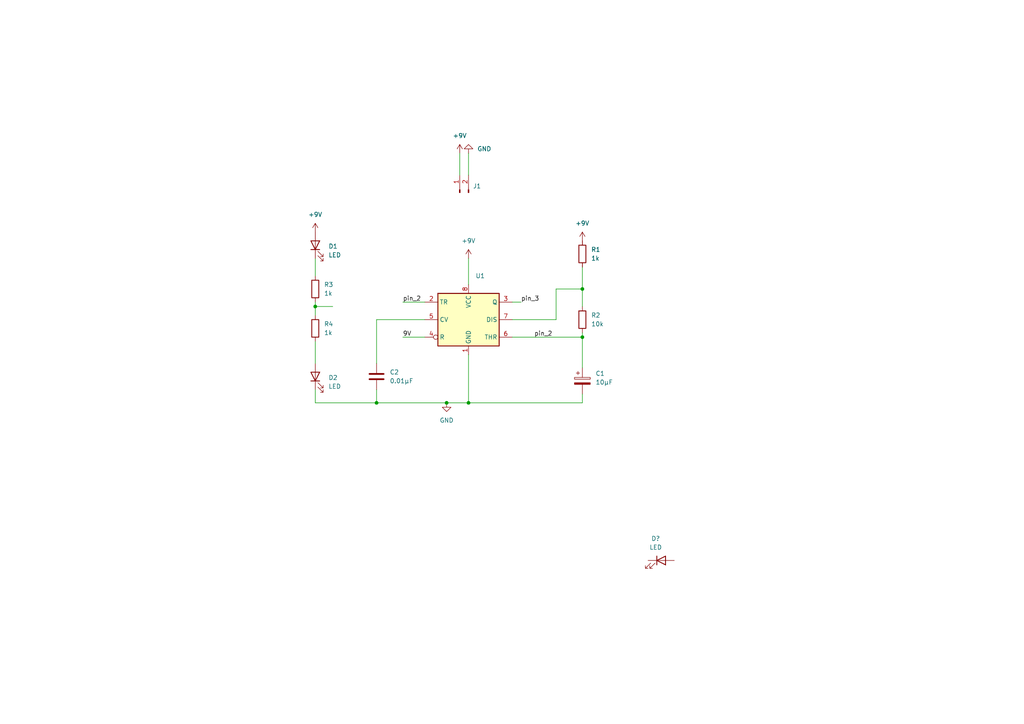
<source format=kicad_sch>
(kicad_sch (version 20211123) (generator eeschema)
  (paper "A4")
  (lib_symbols
    (symbol "Connector:Conn_01x02_Male" (pin_names (offset 1.016) hide)
      (property "Reference" "J" (at 0 2.54 0))
      (property "Value" "Conn_01x02_Male" (at 0 -5.08 0))
      (symbol "Conn_01x02_Male_1_1"
        (polyline (pts (xy 1.27 -2.54) (xy 0.8636 -2.54)) (stroke (width 0.1524)))
        (polyline (pts (xy 1.27 0) (xy 0.8636 0)) (stroke (width 0.1524)))
        (rectangle (start 0.8636 -2.413) (end 0 -2.667) (stroke (width 0.1524)) (fill (type outline)))
        (rectangle (start 0.8636 0.127) (end 0 -0.127) (stroke (width 0.1524)) (fill (type outline)))
        (pin passive line (at 5.08 0 180) (length 3.81) (name "Pin_1") (number "1"))
        (pin passive line (at 5.08 -2.54 180) (length 3.81) (name "Pin_2") (number "2"))
      )
    )
    (symbol "Device:C" (pin_numbers hide) (pin_names (offset 0.254))
      (property "Reference" "C" (at 0.635 2.54 0))
      (property "Value" "C" (at 0.635 -2.54 0))
      (symbol "C_0_1"
        (polyline (pts (xy -2.032 -0.762) (xy 2.032 -0.762)) (stroke (width 0.508)))
        (polyline (pts (xy -2.032 0.762) (xy 2.032 0.762)) (stroke (width 0.508)))
      )
      (symbol "C_1_1"
        (pin passive line (at 0 3.81 270) (length 2.794) (name "~") (number "1"))
        (pin passive line (at 0 -3.81 90) (length 2.794) (name "~") (number "2"))
      )
    )
    (symbol "Device:C_Polarized" (pin_numbers hide) (pin_names (offset 0.254))
      (property "Reference" "C" (at 0.635 2.54 0))
      (property "Value" "C_Polarized" (at 0.635 -2.54 0))
      (symbol "C_Polarized_0_1"
        (rectangle (start -2.286 0.508) (end 2.286 1.016))
        (polyline (pts (xy -1.778 2.286) (xy -0.762 2.286)))
        (polyline (pts (xy -1.27 2.794) (xy -1.27 1.778)))
        (rectangle (start 2.286 -0.508) (end -2.286 -1.016) (fill (type outline)))
      )
      (symbol "C_Polarized_1_1"
        (pin passive line (at 0 3.81 270) (length 2.794) (name "~") (number "1"))
        (pin passive line (at 0 -3.81 90) (length 2.794) (name "~") (number "2"))
      )
    )
    (symbol "Device:LED" (pin_numbers hide) (pin_names (offset 1.016) hide)
      (property "Reference" "D" (at 0 2.54 0))
      (property "Value" "LED" (at 0 -2.54 0))
      (symbol "LED_0_1"
        (polyline (pts (xy -1.27 -1.27) (xy -1.27 1.27)) (stroke (width 0.254)))
        (polyline (pts (xy -1.27 0) (xy 1.27 0)))
        (polyline (pts (xy 1.27 -1.27) (xy 1.27 1.27) (xy -1.27 0) (xy 1.27 -1.27)) (stroke (width 0.254)))
        (polyline (pts (xy -3.048 -0.762) (xy -4.572 -2.286) (xy -3.81 -2.286) (xy -4.572 -2.286) (xy -4.572 -1.524)))
        (polyline (pts (xy -1.778 -0.762) (xy -3.302 -2.286) (xy -2.54 -2.286) (xy -3.302 -2.286) (xy -3.302 -1.524)))
      )
      (symbol "LED_1_1"
        (pin passive line (at -3.81 0 0) (length 2.54) (name "K") (number "1"))
        (pin passive line (at 3.81 0 180) (length 2.54) (name "A") (number "2"))
      )
    )
    (symbol "Device:R" (pin_numbers hide) (pin_names (offset 0))
      (property "Reference" "R" (at 2.032 0 90))
      (property "Value" "R" (at 0 0 90))
      (symbol "R_0_1"
        (rectangle (start -1.016 -2.54) (end 1.016 2.54) (stroke (width 0.254)))
      )
      (symbol "R_1_1"
        (pin passive line (at 0 3.81 270) (length 1.27) (name "~") (number "1"))
        (pin passive line (at 0 -3.81 90) (length 1.27) (name "~") (number "2"))
      )
    )
    (symbol "Timer:NE555D"
      (property "Reference" "U" (at -10.16 8.89 0))
      (property "Value" "NE555D" (at 2.54 8.89 0))
      (symbol "NE555D_0_0"
        (pin power_in line (at 0 -10.16 90) (length 2.54) (name "GND") (number "1"))
        (pin power_in line (at 0 10.16 270) (length 2.54) (name "VCC") (number "8"))
      )
      (symbol "NE555D_0_1"
        (rectangle (start -8.89 -7.62) (end 8.89 7.62) (stroke (width 0.254)) (fill (type background)))
        (rectangle (start -8.89 -7.62) (end 8.89 7.62) (stroke (width 0.254)) (fill (type background)))
      )
      (symbol "NE555D_1_1"
        (pin input line (at -12.7 5.08 0) (length 3.81) (name "TR") (number "2"))
        (pin output line (at 12.7 5.08 180) (length 3.81) (name "Q") (number "3"))
        (pin input inverted (at -12.7 -5.08 0) (length 3.81) (name "R") (number "4"))
        (pin input line (at -12.7 0 0) (length 3.81) (name "CV") (number "5"))
        (pin input line (at 12.7 -5.08 180) (length 3.81) (name "THR") (number "6"))
        (pin input line (at 12.7 0 180) (length 3.81) (name "DIS") (number "7"))
      )
    )
    (symbol "power:+9V" (power) (pin_names (offset 0))
      (property "Value" "+9V" (at 0 3.556 0))
      (symbol "+9V_0_1"
        (polyline (pts (xy -0.762 1.27) (xy 0 2.54)))
        (polyline (pts (xy 0 0) (xy 0 2.54)))
        (polyline (pts (xy 0 2.54) (xy 0.762 1.27)))
      )
      (symbol "+9V_1_1"
        (pin power_in line (at 0 0 90) (length 0) hide (name "+9V") (number "1"))
      )
    )
    (symbol "power:GND" (power) (pin_names (offset 0))
      (property "Value" "GND" (at 0 -3.81 0))
      (symbol "GND_0_1"
        (polyline (pts (xy 0 0) (xy 0 -1.27) (xy 1.27 -1.27) (xy 0 -2.54) (xy -1.27 -1.27) (xy 0 -1.27)))
      )
      (symbol "GND_1_1"
        (pin power_in line (at 0 0 270) (length 0) hide (name "GND") (number "1"))
      )
    )
  )
  (junction (at 168.91 83.82))
  (junction (at 135.89 116.84))
  (junction (at 91.44 88.9))
  (junction (at 168.91 97.79))
  (junction (at 109.22 116.84))
  (junction (at 129.54 116.84))
  (wire (pts (xy 148.59 97.79) (xy 168.91 97.79)))
  (wire (pts (xy 135.89 44.45) (xy 135.89 50.8)))
  (wire (pts (xy 116.84 97.79) (xy 123.19 97.79)))
  (wire (pts (xy 129.54 116.84) (xy 135.89 116.84)))
  (wire (pts (xy 91.44 87.63) (xy 91.44 88.9)))
  (wire (pts (xy 148.59 92.71) (xy 161.29 92.71)))
  (wire (pts (xy 161.29 92.71) (xy 161.29 83.82)))
  (wire (pts (xy 168.91 96.52) (xy 168.91 97.79)))
  (wire (pts (xy 91.44 88.9) (xy 96.52 88.9)))
  (wire (pts (xy 91.44 99.06) (xy 91.44 105.41)))
  (wire (pts (xy 116.84 87.63) (xy 123.19 87.63)))
  (wire (pts (xy 168.91 116.84) (xy 168.91 114.3)))
  (wire (pts (xy 161.29 83.82) (xy 168.91 83.82)))
  (wire (pts (xy 148.59 87.63) (xy 151.13 87.63)))
  (wire (pts (xy 91.44 88.9) (xy 91.44 91.44)))
  (wire (pts (xy 123.19 92.71) (xy 109.22 92.71)))
  (wire (pts (xy 168.91 97.79) (xy 168.91 106.68)))
  (wire (pts (xy 135.89 102.87) (xy 135.89 116.84)))
  (wire (pts (xy 168.91 83.82) (xy 168.91 88.9)))
  (wire (pts (xy 135.89 74.93) (xy 135.89 82.55)))
  (wire (pts (xy 91.44 113.03) (xy 91.44 116.84)))
  (wire (pts (xy 109.22 92.71) (xy 109.22 105.41)))
  (wire (pts (xy 91.44 116.84) (xy 109.22 116.84)))
  (wire (pts (xy 168.91 77.47) (xy 168.91 83.82)))
  (wire (pts (xy 109.22 116.84) (xy 129.54 116.84)))
  (wire (pts (xy 109.22 113.03) (xy 109.22 116.84)))
  (wire (pts (xy 91.44 74.93) (xy 91.44 80.01)))
  (wire (pts (xy 133.35 44.45) (xy 133.35 50.8)))
  (wire (pts (xy 135.89 116.84) (xy 168.91 116.84)))
  (label "9V" (at 116.84 97.79 0))
  (label "pin_2" (at 154.94 97.79 0))
  (label "pin_3" (at 151.13 87.63 0))
  (label "pin_2" (at 116.84 87.63 0))
  (symbol (lib_id "Device:R") (at 91.44 95.25 0) (unit 1)
    (property "Reference" "R4" (at 93.98 93.9799 0) (effects (justify left)))
    (property "Value" "1k" (at 93.98 96.5199 0) (effects (justify left)))
  )
  (symbol (lib_id "Timer:NE555D") (at 135.89 92.71 0) (unit 1)
    (property "Reference" "U1" (at 137.9094 80.01 0) (effects (justify left)))
    (property "Value" "NE555D" (effects hide))
    (property "Footprint" "Package_SO:SOIC-8_3.9x4.9mm_P1.27mm" (effects hide))
    (property "Datasheet" "http://www.ti.com/lit/ds/symlink/ne555.pdf" (effects hide))
  )
  (symbol (lib_id "Device:LED") (at 191.77 162.56 0) (unit 1)
    (property "Reference" "D?" (at 190.1825 156.21 0))
    (property "Value" "LED" (at 190.1825 158.75 0))
  )
  (symbol (lib_id "power:GND") (at 129.54 116.84 0) (unit 1)
    (property "Reference" "#PWR?" (effects hide))
    (property "Value" "GND" (at 129.54 121.92 0))
  )
  (symbol (lib_id "power:+9V") (at 135.89 74.93 0) (unit 1)
    (property "Reference" "#PWR?" (effects hide))
    (property "Value" "+9V" (at 135.89 69.85 0))
  )
  (symbol (lib_id "power:GND") (at 135.89 44.45 180) (unit 1)
    (property "Reference" "#PWR?" (effects hide))
    (property "Value" "GND" (at 138.43 43.1799 0) (effects (justify right)))
  )
  (symbol (lib_id "power:+9V") (at 168.91 69.85 0) (unit 1)
    (property "Reference" "#PWR?" (effects hide))
    (property "Value" "+9V" (at 168.91 64.77 0))
  )
  (symbol (lib_id "Connector:Conn_01x02_Male") (at 133.35 55.88 90) (unit 1)
    (property "Reference" "J1" (at 137.16 53.9749 90) (effects (justify right)))
    (property "Value" "Conn_01x02_Male" (effects hide))
  )
  (symbol (lib_id "power:+9V") (at 133.35 44.45 0) (unit 1)
    (property "Reference" "#PWR?" (effects hide))
    (property "Value" "+9V" (at 133.35 39.37 0))
  )
  (symbol (lib_id "power:+9V") (at 91.44 67.31 0) (unit 1)
    (property "Reference" "#PWR?" (effects hide))
    (property "Value" "+9V" (at 91.44 62.23 0))
  )
  (symbol (lib_id "Device:C_Polarized") (at 168.91 110.49 0) (unit 1)
    (property "Reference" "C1" (at 172.72 108.3309 0) (effects (justify left)))
    (property "Value" "10μF" (at 172.72 110.8709 0) (effects (justify left)))
  )
  (symbol (lib_id "Device:R") (at 168.91 73.66 0) (unit 1)
    (property "Reference" "R1" (at 171.45 72.3899 0) (effects (justify left)))
    (property "Value" "1k" (at 171.45 74.9299 0) (effects (justify left)))
  )
  (symbol (lib_id "Device:R") (at 91.44 83.82 0) (unit 1)
    (property "Reference" "R3" (at 93.98 82.5499 0) (effects (justify left)))
    (property "Value" "1k" (at 93.98 85.0899 0) (effects (justify left)))
  )
  (symbol (lib_id "Device:R") (at 168.91 92.71 0) (unit 1)
    (property "Reference" "R2" (at 171.45 91.4399 0) (effects (justify left)))
    (property "Value" "10k" (at 171.45 93.9799 0) (effects (justify left)))
  )
  (symbol (lib_id "Device:C") (at 109.22 109.22 0) (unit 1)
    (property "Reference" "C2" (at 113.03 107.9499 0) (effects (justify left)))
    (property "Value" "0.01μF" (at 113.03 110.4899 0) (effects (justify left)))
  )
  (symbol (lib_id "Device:LED") (at 91.44 71.12 90) (unit 1)
    (property "Reference" "D1" (at 95.25 71.4374 90) (effects (justify right)))
    (property "Value" "LED" (at 95.25 73.9774 90) (effects (justify right)))
  )
  (symbol (lib_id "Device:LED") (at 91.44 109.22 90) (unit 1)
    (property "Reference" "D2" (at 95.25 109.5374 90) (effects (justify right)))
    (property "Value" "LED" (at 95.25 112.0774 90) (effects (justify right)))
  )
)
</source>
